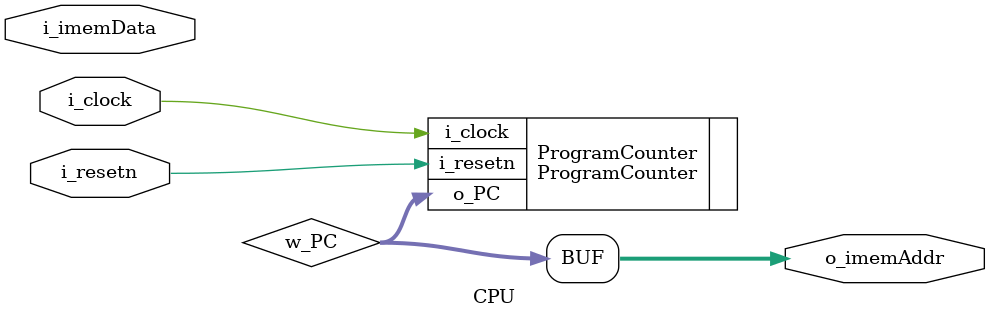
<source format=sv>
`timescale 1ns / 1ps
`include "CPU.svh"

module CPU (
  input  logic i_clock,
  input  logic i_resetn,

  input  logic [31:0] i_imemData,
  output logic [31:0] o_imemAddr
);

  logic [31:0] w_PC     ;
  logic [ 4:0] w_rs1Addr;
  logic [ 4:0] w_rdAddr ;
  logic [31:0] w_imm    ;

  ProgramCounter ProgramCounter (
    .i_clock  (i_clock ),
    .i_resetn (i_resetn),
    .o_PC     (w_PC    )
  );

  assign o_imemAddr = w_PC;

  Decoder Decoder (
    .i_instr  (i_imemData),
    .o_rs1Addr(w_rs1Addr ),
    .o_rdAddr (w_rdAddr  ),
    .o_imm    (w_imm     )
  );

`ifdef LOG_IMEM
  always @(o_imemAddr) begin
    $strobe("At time %t, addr = 0x%8h, data = 0x%8h", $time, o_imemAddr, i_imemData);
  end
`endif

endmodule
</source>
